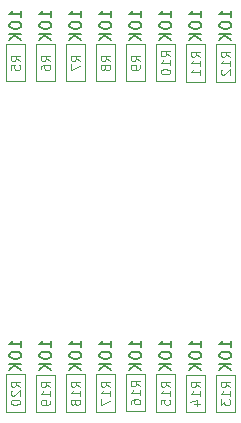
<source format=gbr>
G04 #@! TF.GenerationSoftware,KiCad,Pcbnew,(5.1.5)-3*
G04 #@! TF.CreationDate,2020-05-30T20:03:18+02:00*
G04 #@! TF.ProjectId,MultiSwitch_Sw16_ProMicro,4d756c74-6953-4776-9974-63685f537731,V1.0*
G04 #@! TF.SameCoordinates,Original*
G04 #@! TF.FileFunction,Other,Fab,Bot*
%FSLAX46Y46*%
G04 Gerber Fmt 4.6, Leading zero omitted, Abs format (unit mm)*
G04 Created by KiCad (PCBNEW (5.1.5)-3) date 2020-05-30 20:03:18*
%MOMM*%
%LPD*%
G04 APERTURE LIST*
%ADD10C,0.100000*%
%ADD11C,0.150000*%
%ADD12C,0.120000*%
G04 APERTURE END LIST*
D10*
X126200000Y-84723500D02*
X126200000Y-87923500D01*
X127800000Y-84723500D02*
X126200000Y-84723500D01*
X127800000Y-87923500D02*
X127800000Y-84723500D01*
X126200000Y-87923500D02*
X127800000Y-87923500D01*
X128740000Y-87923500D02*
X130340000Y-87923500D01*
X130340000Y-87923500D02*
X130340000Y-84723500D01*
X130340000Y-84723500D02*
X128740000Y-84723500D01*
X128740000Y-84723500D02*
X128740000Y-87923500D01*
X131280000Y-84723500D02*
X131280000Y-87923500D01*
X132880000Y-84723500D02*
X131280000Y-84723500D01*
X132880000Y-87923500D02*
X132880000Y-84723500D01*
X131280000Y-87923500D02*
X132880000Y-87923500D01*
X133820000Y-87923500D02*
X135420000Y-87923500D01*
X135420000Y-87923500D02*
X135420000Y-84723500D01*
X135420000Y-84723500D02*
X133820000Y-84723500D01*
X133820000Y-84723500D02*
X133820000Y-87923500D01*
X136360000Y-84723500D02*
X136360000Y-87923500D01*
X137960000Y-84723500D02*
X136360000Y-84723500D01*
X137960000Y-87923500D02*
X137960000Y-84723500D01*
X136360000Y-87923500D02*
X137960000Y-87923500D01*
X138900000Y-87923500D02*
X140500000Y-87923500D01*
X140500000Y-87923500D02*
X140500000Y-84723500D01*
X140500000Y-84723500D02*
X138900000Y-84723500D01*
X138900000Y-84723500D02*
X138900000Y-87923500D01*
X141440000Y-84760000D02*
X141440000Y-87960000D01*
X143040000Y-84760000D02*
X141440000Y-84760000D01*
X143040000Y-87960000D02*
X143040000Y-84760000D01*
X141440000Y-87960000D02*
X143040000Y-87960000D01*
X143980000Y-87960000D02*
X145580000Y-87960000D01*
X145580000Y-87960000D02*
X145580000Y-84760000D01*
X145580000Y-84760000D02*
X143980000Y-84760000D01*
X143980000Y-84760000D02*
X143980000Y-87960000D01*
X145580000Y-112736500D02*
X143980000Y-112736500D01*
X143980000Y-112736500D02*
X143980000Y-115936500D01*
X143980000Y-115936500D02*
X145580000Y-115936500D01*
X145580000Y-115936500D02*
X145580000Y-112736500D01*
X143040000Y-115936500D02*
X143040000Y-112736500D01*
X141440000Y-115936500D02*
X143040000Y-115936500D01*
X141440000Y-112736500D02*
X141440000Y-115936500D01*
X143040000Y-112736500D02*
X141440000Y-112736500D01*
X140500000Y-112700000D02*
X138900000Y-112700000D01*
X138900000Y-112700000D02*
X138900000Y-115900000D01*
X138900000Y-115900000D02*
X140500000Y-115900000D01*
X140500000Y-115900000D02*
X140500000Y-112700000D01*
X137960000Y-115863500D02*
X137960000Y-112663500D01*
X136360000Y-115863500D02*
X137960000Y-115863500D01*
X136360000Y-112663500D02*
X136360000Y-115863500D01*
X137960000Y-112663500D02*
X136360000Y-112663500D01*
X135420000Y-112700000D02*
X133820000Y-112700000D01*
X133820000Y-112700000D02*
X133820000Y-115900000D01*
X133820000Y-115900000D02*
X135420000Y-115900000D01*
X135420000Y-115900000D02*
X135420000Y-112700000D01*
X132880000Y-115900000D02*
X132880000Y-112700000D01*
X131280000Y-115900000D02*
X132880000Y-115900000D01*
X131280000Y-112700000D02*
X131280000Y-115900000D01*
X132880000Y-112700000D02*
X131280000Y-112700000D01*
X130340000Y-112736500D02*
X128740000Y-112736500D01*
X128740000Y-112736500D02*
X128740000Y-115936500D01*
X128740000Y-115936500D02*
X130340000Y-115936500D01*
X130340000Y-115936500D02*
X130340000Y-112736500D01*
X127800000Y-115900000D02*
X127800000Y-112700000D01*
X126200000Y-115900000D02*
X127800000Y-115900000D01*
X126200000Y-112700000D02*
X126200000Y-115900000D01*
X127800000Y-112700000D02*
X126200000Y-112700000D01*
D11*
X127452380Y-82494523D02*
X127452380Y-81923095D01*
X127452380Y-82208809D02*
X126452380Y-82208809D01*
X126595238Y-82113571D01*
X126690476Y-82018333D01*
X126738095Y-81923095D01*
X126452380Y-83113571D02*
X126452380Y-83208809D01*
X126500000Y-83304047D01*
X126547619Y-83351666D01*
X126642857Y-83399285D01*
X126833333Y-83446904D01*
X127071428Y-83446904D01*
X127261904Y-83399285D01*
X127357142Y-83351666D01*
X127404761Y-83304047D01*
X127452380Y-83208809D01*
X127452380Y-83113571D01*
X127404761Y-83018333D01*
X127357142Y-82970714D01*
X127261904Y-82923095D01*
X127071428Y-82875476D01*
X126833333Y-82875476D01*
X126642857Y-82923095D01*
X126547619Y-82970714D01*
X126500000Y-83018333D01*
X126452380Y-83113571D01*
X127452380Y-83875476D02*
X126452380Y-83875476D01*
X127452380Y-84446904D02*
X126880952Y-84018333D01*
X126452380Y-84446904D02*
X127023809Y-83875476D01*
D12*
X127361904Y-86190166D02*
X126980952Y-85923500D01*
X127361904Y-85733023D02*
X126561904Y-85733023D01*
X126561904Y-86037785D01*
X126600000Y-86113976D01*
X126638095Y-86152071D01*
X126714285Y-86190166D01*
X126828571Y-86190166D01*
X126904761Y-86152071D01*
X126942857Y-86113976D01*
X126980952Y-86037785D01*
X126980952Y-85733023D01*
X126561904Y-86913976D02*
X126561904Y-86533023D01*
X126942857Y-86494928D01*
X126904761Y-86533023D01*
X126866666Y-86609214D01*
X126866666Y-86799690D01*
X126904761Y-86875880D01*
X126942857Y-86913976D01*
X127019047Y-86952071D01*
X127209523Y-86952071D01*
X127285714Y-86913976D01*
X127323809Y-86875880D01*
X127361904Y-86799690D01*
X127361904Y-86609214D01*
X127323809Y-86533023D01*
X127285714Y-86494928D01*
D11*
X129992380Y-82494523D02*
X129992380Y-81923095D01*
X129992380Y-82208809D02*
X128992380Y-82208809D01*
X129135238Y-82113571D01*
X129230476Y-82018333D01*
X129278095Y-81923095D01*
X128992380Y-83113571D02*
X128992380Y-83208809D01*
X129040000Y-83304047D01*
X129087619Y-83351666D01*
X129182857Y-83399285D01*
X129373333Y-83446904D01*
X129611428Y-83446904D01*
X129801904Y-83399285D01*
X129897142Y-83351666D01*
X129944761Y-83304047D01*
X129992380Y-83208809D01*
X129992380Y-83113571D01*
X129944761Y-83018333D01*
X129897142Y-82970714D01*
X129801904Y-82923095D01*
X129611428Y-82875476D01*
X129373333Y-82875476D01*
X129182857Y-82923095D01*
X129087619Y-82970714D01*
X129040000Y-83018333D01*
X128992380Y-83113571D01*
X129992380Y-83875476D02*
X128992380Y-83875476D01*
X129992380Y-84446904D02*
X129420952Y-84018333D01*
X128992380Y-84446904D02*
X129563809Y-83875476D01*
D12*
X129901904Y-86190166D02*
X129520952Y-85923500D01*
X129901904Y-85733023D02*
X129101904Y-85733023D01*
X129101904Y-86037785D01*
X129140000Y-86113976D01*
X129178095Y-86152071D01*
X129254285Y-86190166D01*
X129368571Y-86190166D01*
X129444761Y-86152071D01*
X129482857Y-86113976D01*
X129520952Y-86037785D01*
X129520952Y-85733023D01*
X129101904Y-86875880D02*
X129101904Y-86723500D01*
X129140000Y-86647309D01*
X129178095Y-86609214D01*
X129292380Y-86533023D01*
X129444761Y-86494928D01*
X129749523Y-86494928D01*
X129825714Y-86533023D01*
X129863809Y-86571119D01*
X129901904Y-86647309D01*
X129901904Y-86799690D01*
X129863809Y-86875880D01*
X129825714Y-86913976D01*
X129749523Y-86952071D01*
X129559047Y-86952071D01*
X129482857Y-86913976D01*
X129444761Y-86875880D01*
X129406666Y-86799690D01*
X129406666Y-86647309D01*
X129444761Y-86571119D01*
X129482857Y-86533023D01*
X129559047Y-86494928D01*
D11*
X132532380Y-82494523D02*
X132532380Y-81923095D01*
X132532380Y-82208809D02*
X131532380Y-82208809D01*
X131675238Y-82113571D01*
X131770476Y-82018333D01*
X131818095Y-81923095D01*
X131532380Y-83113571D02*
X131532380Y-83208809D01*
X131580000Y-83304047D01*
X131627619Y-83351666D01*
X131722857Y-83399285D01*
X131913333Y-83446904D01*
X132151428Y-83446904D01*
X132341904Y-83399285D01*
X132437142Y-83351666D01*
X132484761Y-83304047D01*
X132532380Y-83208809D01*
X132532380Y-83113571D01*
X132484761Y-83018333D01*
X132437142Y-82970714D01*
X132341904Y-82923095D01*
X132151428Y-82875476D01*
X131913333Y-82875476D01*
X131722857Y-82923095D01*
X131627619Y-82970714D01*
X131580000Y-83018333D01*
X131532380Y-83113571D01*
X132532380Y-83875476D02*
X131532380Y-83875476D01*
X132532380Y-84446904D02*
X131960952Y-84018333D01*
X131532380Y-84446904D02*
X132103809Y-83875476D01*
D12*
X132441904Y-86190166D02*
X132060952Y-85923500D01*
X132441904Y-85733023D02*
X131641904Y-85733023D01*
X131641904Y-86037785D01*
X131680000Y-86113976D01*
X131718095Y-86152071D01*
X131794285Y-86190166D01*
X131908571Y-86190166D01*
X131984761Y-86152071D01*
X132022857Y-86113976D01*
X132060952Y-86037785D01*
X132060952Y-85733023D01*
X131641904Y-86456833D02*
X131641904Y-86990166D01*
X132441904Y-86647309D01*
D11*
X135072380Y-82494523D02*
X135072380Y-81923095D01*
X135072380Y-82208809D02*
X134072380Y-82208809D01*
X134215238Y-82113571D01*
X134310476Y-82018333D01*
X134358095Y-81923095D01*
X134072380Y-83113571D02*
X134072380Y-83208809D01*
X134120000Y-83304047D01*
X134167619Y-83351666D01*
X134262857Y-83399285D01*
X134453333Y-83446904D01*
X134691428Y-83446904D01*
X134881904Y-83399285D01*
X134977142Y-83351666D01*
X135024761Y-83304047D01*
X135072380Y-83208809D01*
X135072380Y-83113571D01*
X135024761Y-83018333D01*
X134977142Y-82970714D01*
X134881904Y-82923095D01*
X134691428Y-82875476D01*
X134453333Y-82875476D01*
X134262857Y-82923095D01*
X134167619Y-82970714D01*
X134120000Y-83018333D01*
X134072380Y-83113571D01*
X135072380Y-83875476D02*
X134072380Y-83875476D01*
X135072380Y-84446904D02*
X134500952Y-84018333D01*
X134072380Y-84446904D02*
X134643809Y-83875476D01*
D12*
X134981904Y-86190166D02*
X134600952Y-85923500D01*
X134981904Y-85733023D02*
X134181904Y-85733023D01*
X134181904Y-86037785D01*
X134220000Y-86113976D01*
X134258095Y-86152071D01*
X134334285Y-86190166D01*
X134448571Y-86190166D01*
X134524761Y-86152071D01*
X134562857Y-86113976D01*
X134600952Y-86037785D01*
X134600952Y-85733023D01*
X134524761Y-86647309D02*
X134486666Y-86571119D01*
X134448571Y-86533023D01*
X134372380Y-86494928D01*
X134334285Y-86494928D01*
X134258095Y-86533023D01*
X134220000Y-86571119D01*
X134181904Y-86647309D01*
X134181904Y-86799690D01*
X134220000Y-86875880D01*
X134258095Y-86913976D01*
X134334285Y-86952071D01*
X134372380Y-86952071D01*
X134448571Y-86913976D01*
X134486666Y-86875880D01*
X134524761Y-86799690D01*
X134524761Y-86647309D01*
X134562857Y-86571119D01*
X134600952Y-86533023D01*
X134677142Y-86494928D01*
X134829523Y-86494928D01*
X134905714Y-86533023D01*
X134943809Y-86571119D01*
X134981904Y-86647309D01*
X134981904Y-86799690D01*
X134943809Y-86875880D01*
X134905714Y-86913976D01*
X134829523Y-86952071D01*
X134677142Y-86952071D01*
X134600952Y-86913976D01*
X134562857Y-86875880D01*
X134524761Y-86799690D01*
D11*
X137612380Y-82494523D02*
X137612380Y-81923095D01*
X137612380Y-82208809D02*
X136612380Y-82208809D01*
X136755238Y-82113571D01*
X136850476Y-82018333D01*
X136898095Y-81923095D01*
X136612380Y-83113571D02*
X136612380Y-83208809D01*
X136660000Y-83304047D01*
X136707619Y-83351666D01*
X136802857Y-83399285D01*
X136993333Y-83446904D01*
X137231428Y-83446904D01*
X137421904Y-83399285D01*
X137517142Y-83351666D01*
X137564761Y-83304047D01*
X137612380Y-83208809D01*
X137612380Y-83113571D01*
X137564761Y-83018333D01*
X137517142Y-82970714D01*
X137421904Y-82923095D01*
X137231428Y-82875476D01*
X136993333Y-82875476D01*
X136802857Y-82923095D01*
X136707619Y-82970714D01*
X136660000Y-83018333D01*
X136612380Y-83113571D01*
X137612380Y-83875476D02*
X136612380Y-83875476D01*
X137612380Y-84446904D02*
X137040952Y-84018333D01*
X136612380Y-84446904D02*
X137183809Y-83875476D01*
D12*
X137521904Y-86190166D02*
X137140952Y-85923500D01*
X137521904Y-85733023D02*
X136721904Y-85733023D01*
X136721904Y-86037785D01*
X136760000Y-86113976D01*
X136798095Y-86152071D01*
X136874285Y-86190166D01*
X136988571Y-86190166D01*
X137064761Y-86152071D01*
X137102857Y-86113976D01*
X137140952Y-86037785D01*
X137140952Y-85733023D01*
X137521904Y-86571119D02*
X137521904Y-86723500D01*
X137483809Y-86799690D01*
X137445714Y-86837785D01*
X137331428Y-86913976D01*
X137179047Y-86952071D01*
X136874285Y-86952071D01*
X136798095Y-86913976D01*
X136760000Y-86875880D01*
X136721904Y-86799690D01*
X136721904Y-86647309D01*
X136760000Y-86571119D01*
X136798095Y-86533023D01*
X136874285Y-86494928D01*
X137064761Y-86494928D01*
X137140952Y-86533023D01*
X137179047Y-86571119D01*
X137217142Y-86647309D01*
X137217142Y-86799690D01*
X137179047Y-86875880D01*
X137140952Y-86913976D01*
X137064761Y-86952071D01*
D11*
X140152380Y-82494523D02*
X140152380Y-81923095D01*
X140152380Y-82208809D02*
X139152380Y-82208809D01*
X139295238Y-82113571D01*
X139390476Y-82018333D01*
X139438095Y-81923095D01*
X139152380Y-83113571D02*
X139152380Y-83208809D01*
X139200000Y-83304047D01*
X139247619Y-83351666D01*
X139342857Y-83399285D01*
X139533333Y-83446904D01*
X139771428Y-83446904D01*
X139961904Y-83399285D01*
X140057142Y-83351666D01*
X140104761Y-83304047D01*
X140152380Y-83208809D01*
X140152380Y-83113571D01*
X140104761Y-83018333D01*
X140057142Y-82970714D01*
X139961904Y-82923095D01*
X139771428Y-82875476D01*
X139533333Y-82875476D01*
X139342857Y-82923095D01*
X139247619Y-82970714D01*
X139200000Y-83018333D01*
X139152380Y-83113571D01*
X140152380Y-83875476D02*
X139152380Y-83875476D01*
X140152380Y-84446904D02*
X139580952Y-84018333D01*
X139152380Y-84446904D02*
X139723809Y-83875476D01*
D12*
X140061904Y-85809214D02*
X139680952Y-85542547D01*
X140061904Y-85352071D02*
X139261904Y-85352071D01*
X139261904Y-85656833D01*
X139300000Y-85733023D01*
X139338095Y-85771119D01*
X139414285Y-85809214D01*
X139528571Y-85809214D01*
X139604761Y-85771119D01*
X139642857Y-85733023D01*
X139680952Y-85656833D01*
X139680952Y-85352071D01*
X140061904Y-86571119D02*
X140061904Y-86113976D01*
X140061904Y-86342547D02*
X139261904Y-86342547D01*
X139376190Y-86266357D01*
X139452380Y-86190166D01*
X139490476Y-86113976D01*
X139261904Y-87066357D02*
X139261904Y-87142547D01*
X139300000Y-87218738D01*
X139338095Y-87256833D01*
X139414285Y-87294928D01*
X139566666Y-87333023D01*
X139757142Y-87333023D01*
X139909523Y-87294928D01*
X139985714Y-87256833D01*
X140023809Y-87218738D01*
X140061904Y-87142547D01*
X140061904Y-87066357D01*
X140023809Y-86990166D01*
X139985714Y-86952071D01*
X139909523Y-86913976D01*
X139757142Y-86875880D01*
X139566666Y-86875880D01*
X139414285Y-86913976D01*
X139338095Y-86952071D01*
X139300000Y-86990166D01*
X139261904Y-87066357D01*
D11*
X142692380Y-82494523D02*
X142692380Y-81923095D01*
X142692380Y-82208809D02*
X141692380Y-82208809D01*
X141835238Y-82113571D01*
X141930476Y-82018333D01*
X141978095Y-81923095D01*
X141692380Y-83113571D02*
X141692380Y-83208809D01*
X141740000Y-83304047D01*
X141787619Y-83351666D01*
X141882857Y-83399285D01*
X142073333Y-83446904D01*
X142311428Y-83446904D01*
X142501904Y-83399285D01*
X142597142Y-83351666D01*
X142644761Y-83304047D01*
X142692380Y-83208809D01*
X142692380Y-83113571D01*
X142644761Y-83018333D01*
X142597142Y-82970714D01*
X142501904Y-82923095D01*
X142311428Y-82875476D01*
X142073333Y-82875476D01*
X141882857Y-82923095D01*
X141787619Y-82970714D01*
X141740000Y-83018333D01*
X141692380Y-83113571D01*
X142692380Y-83875476D02*
X141692380Y-83875476D01*
X142692380Y-84446904D02*
X142120952Y-84018333D01*
X141692380Y-84446904D02*
X142263809Y-83875476D01*
D12*
X142601904Y-85845714D02*
X142220952Y-85579047D01*
X142601904Y-85388571D02*
X141801904Y-85388571D01*
X141801904Y-85693333D01*
X141840000Y-85769523D01*
X141878095Y-85807619D01*
X141954285Y-85845714D01*
X142068571Y-85845714D01*
X142144761Y-85807619D01*
X142182857Y-85769523D01*
X142220952Y-85693333D01*
X142220952Y-85388571D01*
X142601904Y-86607619D02*
X142601904Y-86150476D01*
X142601904Y-86379047D02*
X141801904Y-86379047D01*
X141916190Y-86302857D01*
X141992380Y-86226666D01*
X142030476Y-86150476D01*
X142601904Y-87369523D02*
X142601904Y-86912380D01*
X142601904Y-87140952D02*
X141801904Y-87140952D01*
X141916190Y-87064761D01*
X141992380Y-86988571D01*
X142030476Y-86912380D01*
D11*
X145232380Y-82494523D02*
X145232380Y-81923095D01*
X145232380Y-82208809D02*
X144232380Y-82208809D01*
X144375238Y-82113571D01*
X144470476Y-82018333D01*
X144518095Y-81923095D01*
X144232380Y-83113571D02*
X144232380Y-83208809D01*
X144280000Y-83304047D01*
X144327619Y-83351666D01*
X144422857Y-83399285D01*
X144613333Y-83446904D01*
X144851428Y-83446904D01*
X145041904Y-83399285D01*
X145137142Y-83351666D01*
X145184761Y-83304047D01*
X145232380Y-83208809D01*
X145232380Y-83113571D01*
X145184761Y-83018333D01*
X145137142Y-82970714D01*
X145041904Y-82923095D01*
X144851428Y-82875476D01*
X144613333Y-82875476D01*
X144422857Y-82923095D01*
X144327619Y-82970714D01*
X144280000Y-83018333D01*
X144232380Y-83113571D01*
X145232380Y-83875476D02*
X144232380Y-83875476D01*
X145232380Y-84446904D02*
X144660952Y-84018333D01*
X144232380Y-84446904D02*
X144803809Y-83875476D01*
D12*
X145141904Y-85845714D02*
X144760952Y-85579047D01*
X145141904Y-85388571D02*
X144341904Y-85388571D01*
X144341904Y-85693333D01*
X144380000Y-85769523D01*
X144418095Y-85807619D01*
X144494285Y-85845714D01*
X144608571Y-85845714D01*
X144684761Y-85807619D01*
X144722857Y-85769523D01*
X144760952Y-85693333D01*
X144760952Y-85388571D01*
X145141904Y-86607619D02*
X145141904Y-86150476D01*
X145141904Y-86379047D02*
X144341904Y-86379047D01*
X144456190Y-86302857D01*
X144532380Y-86226666D01*
X144570476Y-86150476D01*
X144418095Y-86912380D02*
X144380000Y-86950476D01*
X144341904Y-87026666D01*
X144341904Y-87217142D01*
X144380000Y-87293333D01*
X144418095Y-87331428D01*
X144494285Y-87369523D01*
X144570476Y-87369523D01*
X144684761Y-87331428D01*
X145141904Y-86874285D01*
X145141904Y-87369523D01*
D11*
X145232380Y-110434523D02*
X145232380Y-109863095D01*
X145232380Y-110148809D02*
X144232380Y-110148809D01*
X144375238Y-110053571D01*
X144470476Y-109958333D01*
X144518095Y-109863095D01*
X144232380Y-111053571D02*
X144232380Y-111148809D01*
X144280000Y-111244047D01*
X144327619Y-111291666D01*
X144422857Y-111339285D01*
X144613333Y-111386904D01*
X144851428Y-111386904D01*
X145041904Y-111339285D01*
X145137142Y-111291666D01*
X145184761Y-111244047D01*
X145232380Y-111148809D01*
X145232380Y-111053571D01*
X145184761Y-110958333D01*
X145137142Y-110910714D01*
X145041904Y-110863095D01*
X144851428Y-110815476D01*
X144613333Y-110815476D01*
X144422857Y-110863095D01*
X144327619Y-110910714D01*
X144280000Y-110958333D01*
X144232380Y-111053571D01*
X145232380Y-111815476D02*
X144232380Y-111815476D01*
X145232380Y-112386904D02*
X144660952Y-111958333D01*
X144232380Y-112386904D02*
X144803809Y-111815476D01*
D12*
X145141904Y-113822214D02*
X144760952Y-113555547D01*
X145141904Y-113365071D02*
X144341904Y-113365071D01*
X144341904Y-113669833D01*
X144380000Y-113746023D01*
X144418095Y-113784119D01*
X144494285Y-113822214D01*
X144608571Y-113822214D01*
X144684761Y-113784119D01*
X144722857Y-113746023D01*
X144760952Y-113669833D01*
X144760952Y-113365071D01*
X145141904Y-114584119D02*
X145141904Y-114126976D01*
X145141904Y-114355547D02*
X144341904Y-114355547D01*
X144456190Y-114279357D01*
X144532380Y-114203166D01*
X144570476Y-114126976D01*
X144341904Y-114850785D02*
X144341904Y-115346023D01*
X144646666Y-115079357D01*
X144646666Y-115193642D01*
X144684761Y-115269833D01*
X144722857Y-115307928D01*
X144799047Y-115346023D01*
X144989523Y-115346023D01*
X145065714Y-115307928D01*
X145103809Y-115269833D01*
X145141904Y-115193642D01*
X145141904Y-114965071D01*
X145103809Y-114888880D01*
X145065714Y-114850785D01*
D11*
X142692380Y-110434523D02*
X142692380Y-109863095D01*
X142692380Y-110148809D02*
X141692380Y-110148809D01*
X141835238Y-110053571D01*
X141930476Y-109958333D01*
X141978095Y-109863095D01*
X141692380Y-111053571D02*
X141692380Y-111148809D01*
X141740000Y-111244047D01*
X141787619Y-111291666D01*
X141882857Y-111339285D01*
X142073333Y-111386904D01*
X142311428Y-111386904D01*
X142501904Y-111339285D01*
X142597142Y-111291666D01*
X142644761Y-111244047D01*
X142692380Y-111148809D01*
X142692380Y-111053571D01*
X142644761Y-110958333D01*
X142597142Y-110910714D01*
X142501904Y-110863095D01*
X142311428Y-110815476D01*
X142073333Y-110815476D01*
X141882857Y-110863095D01*
X141787619Y-110910714D01*
X141740000Y-110958333D01*
X141692380Y-111053571D01*
X142692380Y-111815476D02*
X141692380Y-111815476D01*
X142692380Y-112386904D02*
X142120952Y-111958333D01*
X141692380Y-112386904D02*
X142263809Y-111815476D01*
D12*
X142601904Y-113822214D02*
X142220952Y-113555547D01*
X142601904Y-113365071D02*
X141801904Y-113365071D01*
X141801904Y-113669833D01*
X141840000Y-113746023D01*
X141878095Y-113784119D01*
X141954285Y-113822214D01*
X142068571Y-113822214D01*
X142144761Y-113784119D01*
X142182857Y-113746023D01*
X142220952Y-113669833D01*
X142220952Y-113365071D01*
X142601904Y-114584119D02*
X142601904Y-114126976D01*
X142601904Y-114355547D02*
X141801904Y-114355547D01*
X141916190Y-114279357D01*
X141992380Y-114203166D01*
X142030476Y-114126976D01*
X142068571Y-115269833D02*
X142601904Y-115269833D01*
X141763809Y-115079357D02*
X142335238Y-114888880D01*
X142335238Y-115384119D01*
D11*
X140152380Y-110434523D02*
X140152380Y-109863095D01*
X140152380Y-110148809D02*
X139152380Y-110148809D01*
X139295238Y-110053571D01*
X139390476Y-109958333D01*
X139438095Y-109863095D01*
X139152380Y-111053571D02*
X139152380Y-111148809D01*
X139200000Y-111244047D01*
X139247619Y-111291666D01*
X139342857Y-111339285D01*
X139533333Y-111386904D01*
X139771428Y-111386904D01*
X139961904Y-111339285D01*
X140057142Y-111291666D01*
X140104761Y-111244047D01*
X140152380Y-111148809D01*
X140152380Y-111053571D01*
X140104761Y-110958333D01*
X140057142Y-110910714D01*
X139961904Y-110863095D01*
X139771428Y-110815476D01*
X139533333Y-110815476D01*
X139342857Y-110863095D01*
X139247619Y-110910714D01*
X139200000Y-110958333D01*
X139152380Y-111053571D01*
X140152380Y-111815476D02*
X139152380Y-111815476D01*
X140152380Y-112386904D02*
X139580952Y-111958333D01*
X139152380Y-112386904D02*
X139723809Y-111815476D01*
D12*
X140061904Y-113785714D02*
X139680952Y-113519047D01*
X140061904Y-113328571D02*
X139261904Y-113328571D01*
X139261904Y-113633333D01*
X139300000Y-113709523D01*
X139338095Y-113747619D01*
X139414285Y-113785714D01*
X139528571Y-113785714D01*
X139604761Y-113747619D01*
X139642857Y-113709523D01*
X139680952Y-113633333D01*
X139680952Y-113328571D01*
X140061904Y-114547619D02*
X140061904Y-114090476D01*
X140061904Y-114319047D02*
X139261904Y-114319047D01*
X139376190Y-114242857D01*
X139452380Y-114166666D01*
X139490476Y-114090476D01*
X139261904Y-115271428D02*
X139261904Y-114890476D01*
X139642857Y-114852380D01*
X139604761Y-114890476D01*
X139566666Y-114966666D01*
X139566666Y-115157142D01*
X139604761Y-115233333D01*
X139642857Y-115271428D01*
X139719047Y-115309523D01*
X139909523Y-115309523D01*
X139985714Y-115271428D01*
X140023809Y-115233333D01*
X140061904Y-115157142D01*
X140061904Y-114966666D01*
X140023809Y-114890476D01*
X139985714Y-114852380D01*
D11*
X137612380Y-110434523D02*
X137612380Y-109863095D01*
X137612380Y-110148809D02*
X136612380Y-110148809D01*
X136755238Y-110053571D01*
X136850476Y-109958333D01*
X136898095Y-109863095D01*
X136612380Y-111053571D02*
X136612380Y-111148809D01*
X136660000Y-111244047D01*
X136707619Y-111291666D01*
X136802857Y-111339285D01*
X136993333Y-111386904D01*
X137231428Y-111386904D01*
X137421904Y-111339285D01*
X137517142Y-111291666D01*
X137564761Y-111244047D01*
X137612380Y-111148809D01*
X137612380Y-111053571D01*
X137564761Y-110958333D01*
X137517142Y-110910714D01*
X137421904Y-110863095D01*
X137231428Y-110815476D01*
X136993333Y-110815476D01*
X136802857Y-110863095D01*
X136707619Y-110910714D01*
X136660000Y-110958333D01*
X136612380Y-111053571D01*
X137612380Y-111815476D02*
X136612380Y-111815476D01*
X137612380Y-112386904D02*
X137040952Y-111958333D01*
X136612380Y-112386904D02*
X137183809Y-111815476D01*
D12*
X137521904Y-113749214D02*
X137140952Y-113482547D01*
X137521904Y-113292071D02*
X136721904Y-113292071D01*
X136721904Y-113596833D01*
X136760000Y-113673023D01*
X136798095Y-113711119D01*
X136874285Y-113749214D01*
X136988571Y-113749214D01*
X137064761Y-113711119D01*
X137102857Y-113673023D01*
X137140952Y-113596833D01*
X137140952Y-113292071D01*
X137521904Y-114511119D02*
X137521904Y-114053976D01*
X137521904Y-114282547D02*
X136721904Y-114282547D01*
X136836190Y-114206357D01*
X136912380Y-114130166D01*
X136950476Y-114053976D01*
X136721904Y-115196833D02*
X136721904Y-115044452D01*
X136760000Y-114968261D01*
X136798095Y-114930166D01*
X136912380Y-114853976D01*
X137064761Y-114815880D01*
X137369523Y-114815880D01*
X137445714Y-114853976D01*
X137483809Y-114892071D01*
X137521904Y-114968261D01*
X137521904Y-115120642D01*
X137483809Y-115196833D01*
X137445714Y-115234928D01*
X137369523Y-115273023D01*
X137179047Y-115273023D01*
X137102857Y-115234928D01*
X137064761Y-115196833D01*
X137026666Y-115120642D01*
X137026666Y-114968261D01*
X137064761Y-114892071D01*
X137102857Y-114853976D01*
X137179047Y-114815880D01*
D11*
X135072380Y-110434523D02*
X135072380Y-109863095D01*
X135072380Y-110148809D02*
X134072380Y-110148809D01*
X134215238Y-110053571D01*
X134310476Y-109958333D01*
X134358095Y-109863095D01*
X134072380Y-111053571D02*
X134072380Y-111148809D01*
X134120000Y-111244047D01*
X134167619Y-111291666D01*
X134262857Y-111339285D01*
X134453333Y-111386904D01*
X134691428Y-111386904D01*
X134881904Y-111339285D01*
X134977142Y-111291666D01*
X135024761Y-111244047D01*
X135072380Y-111148809D01*
X135072380Y-111053571D01*
X135024761Y-110958333D01*
X134977142Y-110910714D01*
X134881904Y-110863095D01*
X134691428Y-110815476D01*
X134453333Y-110815476D01*
X134262857Y-110863095D01*
X134167619Y-110910714D01*
X134120000Y-110958333D01*
X134072380Y-111053571D01*
X135072380Y-111815476D02*
X134072380Y-111815476D01*
X135072380Y-112386904D02*
X134500952Y-111958333D01*
X134072380Y-112386904D02*
X134643809Y-111815476D01*
D12*
X134981904Y-113785714D02*
X134600952Y-113519047D01*
X134981904Y-113328571D02*
X134181904Y-113328571D01*
X134181904Y-113633333D01*
X134220000Y-113709523D01*
X134258095Y-113747619D01*
X134334285Y-113785714D01*
X134448571Y-113785714D01*
X134524761Y-113747619D01*
X134562857Y-113709523D01*
X134600952Y-113633333D01*
X134600952Y-113328571D01*
X134981904Y-114547619D02*
X134981904Y-114090476D01*
X134981904Y-114319047D02*
X134181904Y-114319047D01*
X134296190Y-114242857D01*
X134372380Y-114166666D01*
X134410476Y-114090476D01*
X134181904Y-114814285D02*
X134181904Y-115347619D01*
X134981904Y-115004761D01*
D11*
X132532380Y-110434523D02*
X132532380Y-109863095D01*
X132532380Y-110148809D02*
X131532380Y-110148809D01*
X131675238Y-110053571D01*
X131770476Y-109958333D01*
X131818095Y-109863095D01*
X131532380Y-111053571D02*
X131532380Y-111148809D01*
X131580000Y-111244047D01*
X131627619Y-111291666D01*
X131722857Y-111339285D01*
X131913333Y-111386904D01*
X132151428Y-111386904D01*
X132341904Y-111339285D01*
X132437142Y-111291666D01*
X132484761Y-111244047D01*
X132532380Y-111148809D01*
X132532380Y-111053571D01*
X132484761Y-110958333D01*
X132437142Y-110910714D01*
X132341904Y-110863095D01*
X132151428Y-110815476D01*
X131913333Y-110815476D01*
X131722857Y-110863095D01*
X131627619Y-110910714D01*
X131580000Y-110958333D01*
X131532380Y-111053571D01*
X132532380Y-111815476D02*
X131532380Y-111815476D01*
X132532380Y-112386904D02*
X131960952Y-111958333D01*
X131532380Y-112386904D02*
X132103809Y-111815476D01*
D12*
X132441904Y-113785714D02*
X132060952Y-113519047D01*
X132441904Y-113328571D02*
X131641904Y-113328571D01*
X131641904Y-113633333D01*
X131680000Y-113709523D01*
X131718095Y-113747619D01*
X131794285Y-113785714D01*
X131908571Y-113785714D01*
X131984761Y-113747619D01*
X132022857Y-113709523D01*
X132060952Y-113633333D01*
X132060952Y-113328571D01*
X132441904Y-114547619D02*
X132441904Y-114090476D01*
X132441904Y-114319047D02*
X131641904Y-114319047D01*
X131756190Y-114242857D01*
X131832380Y-114166666D01*
X131870476Y-114090476D01*
X131984761Y-115004761D02*
X131946666Y-114928571D01*
X131908571Y-114890476D01*
X131832380Y-114852380D01*
X131794285Y-114852380D01*
X131718095Y-114890476D01*
X131680000Y-114928571D01*
X131641904Y-115004761D01*
X131641904Y-115157142D01*
X131680000Y-115233333D01*
X131718095Y-115271428D01*
X131794285Y-115309523D01*
X131832380Y-115309523D01*
X131908571Y-115271428D01*
X131946666Y-115233333D01*
X131984761Y-115157142D01*
X131984761Y-115004761D01*
X132022857Y-114928571D01*
X132060952Y-114890476D01*
X132137142Y-114852380D01*
X132289523Y-114852380D01*
X132365714Y-114890476D01*
X132403809Y-114928571D01*
X132441904Y-115004761D01*
X132441904Y-115157142D01*
X132403809Y-115233333D01*
X132365714Y-115271428D01*
X132289523Y-115309523D01*
X132137142Y-115309523D01*
X132060952Y-115271428D01*
X132022857Y-115233333D01*
X131984761Y-115157142D01*
D11*
X129992380Y-110434523D02*
X129992380Y-109863095D01*
X129992380Y-110148809D02*
X128992380Y-110148809D01*
X129135238Y-110053571D01*
X129230476Y-109958333D01*
X129278095Y-109863095D01*
X128992380Y-111053571D02*
X128992380Y-111148809D01*
X129040000Y-111244047D01*
X129087619Y-111291666D01*
X129182857Y-111339285D01*
X129373333Y-111386904D01*
X129611428Y-111386904D01*
X129801904Y-111339285D01*
X129897142Y-111291666D01*
X129944761Y-111244047D01*
X129992380Y-111148809D01*
X129992380Y-111053571D01*
X129944761Y-110958333D01*
X129897142Y-110910714D01*
X129801904Y-110863095D01*
X129611428Y-110815476D01*
X129373333Y-110815476D01*
X129182857Y-110863095D01*
X129087619Y-110910714D01*
X129040000Y-110958333D01*
X128992380Y-111053571D01*
X129992380Y-111815476D02*
X128992380Y-111815476D01*
X129992380Y-112386904D02*
X129420952Y-111958333D01*
X128992380Y-112386904D02*
X129563809Y-111815476D01*
D12*
X129901904Y-113822214D02*
X129520952Y-113555547D01*
X129901904Y-113365071D02*
X129101904Y-113365071D01*
X129101904Y-113669833D01*
X129140000Y-113746023D01*
X129178095Y-113784119D01*
X129254285Y-113822214D01*
X129368571Y-113822214D01*
X129444761Y-113784119D01*
X129482857Y-113746023D01*
X129520952Y-113669833D01*
X129520952Y-113365071D01*
X129901904Y-114584119D02*
X129901904Y-114126976D01*
X129901904Y-114355547D02*
X129101904Y-114355547D01*
X129216190Y-114279357D01*
X129292380Y-114203166D01*
X129330476Y-114126976D01*
X129901904Y-114965071D02*
X129901904Y-115117452D01*
X129863809Y-115193642D01*
X129825714Y-115231738D01*
X129711428Y-115307928D01*
X129559047Y-115346023D01*
X129254285Y-115346023D01*
X129178095Y-115307928D01*
X129140000Y-115269833D01*
X129101904Y-115193642D01*
X129101904Y-115041261D01*
X129140000Y-114965071D01*
X129178095Y-114926976D01*
X129254285Y-114888880D01*
X129444761Y-114888880D01*
X129520952Y-114926976D01*
X129559047Y-114965071D01*
X129597142Y-115041261D01*
X129597142Y-115193642D01*
X129559047Y-115269833D01*
X129520952Y-115307928D01*
X129444761Y-115346023D01*
D11*
X127452380Y-110434523D02*
X127452380Y-109863095D01*
X127452380Y-110148809D02*
X126452380Y-110148809D01*
X126595238Y-110053571D01*
X126690476Y-109958333D01*
X126738095Y-109863095D01*
X126452380Y-111053571D02*
X126452380Y-111148809D01*
X126500000Y-111244047D01*
X126547619Y-111291666D01*
X126642857Y-111339285D01*
X126833333Y-111386904D01*
X127071428Y-111386904D01*
X127261904Y-111339285D01*
X127357142Y-111291666D01*
X127404761Y-111244047D01*
X127452380Y-111148809D01*
X127452380Y-111053571D01*
X127404761Y-110958333D01*
X127357142Y-110910714D01*
X127261904Y-110863095D01*
X127071428Y-110815476D01*
X126833333Y-110815476D01*
X126642857Y-110863095D01*
X126547619Y-110910714D01*
X126500000Y-110958333D01*
X126452380Y-111053571D01*
X127452380Y-111815476D02*
X126452380Y-111815476D01*
X127452380Y-112386904D02*
X126880952Y-111958333D01*
X126452380Y-112386904D02*
X127023809Y-111815476D01*
D12*
X127361904Y-113785714D02*
X126980952Y-113519047D01*
X127361904Y-113328571D02*
X126561904Y-113328571D01*
X126561904Y-113633333D01*
X126600000Y-113709523D01*
X126638095Y-113747619D01*
X126714285Y-113785714D01*
X126828571Y-113785714D01*
X126904761Y-113747619D01*
X126942857Y-113709523D01*
X126980952Y-113633333D01*
X126980952Y-113328571D01*
X126638095Y-114090476D02*
X126600000Y-114128571D01*
X126561904Y-114204761D01*
X126561904Y-114395238D01*
X126600000Y-114471428D01*
X126638095Y-114509523D01*
X126714285Y-114547619D01*
X126790476Y-114547619D01*
X126904761Y-114509523D01*
X127361904Y-114052380D01*
X127361904Y-114547619D01*
X126561904Y-115042857D02*
X126561904Y-115119047D01*
X126600000Y-115195238D01*
X126638095Y-115233333D01*
X126714285Y-115271428D01*
X126866666Y-115309523D01*
X127057142Y-115309523D01*
X127209523Y-115271428D01*
X127285714Y-115233333D01*
X127323809Y-115195238D01*
X127361904Y-115119047D01*
X127361904Y-115042857D01*
X127323809Y-114966666D01*
X127285714Y-114928571D01*
X127209523Y-114890476D01*
X127057142Y-114852380D01*
X126866666Y-114852380D01*
X126714285Y-114890476D01*
X126638095Y-114928571D01*
X126600000Y-114966666D01*
X126561904Y-115042857D01*
M02*

</source>
